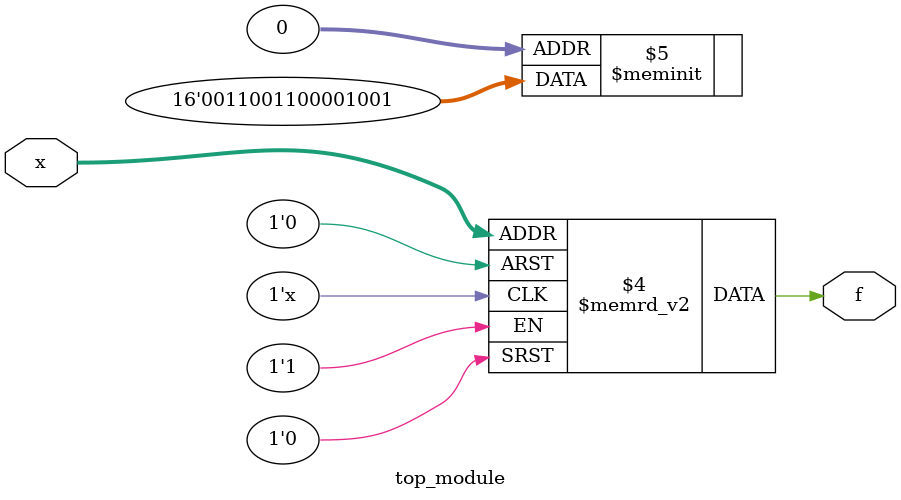
<source format=sv>
module top_module (
	input [4:1] x,
	output logic f
);

	always_comb begin
		case (x)
			4'b0000: f = 1;
			4'b0001: f = 0;
			4'b0010: f = 0;
			4'b0011: f = 1;
			4'b0100: f = 0;
			4'b0101: f = 0;
			4'b0110: f = 0;
			4'b0111: f = 0;
			4'b1000: f = 1;
			4'b1001: f = 1;
			4'b1010: f = 0;
			4'b1011: f = 0; // Fixed the value for 4'b1011 (should be 0 instead of 1)
			4'b1100: f = 1;
			4'b1101: f = 1;
			4'b1110: f = 0; // Fixed the value for 4'b1110 (should be 0 instead of 1)
			4'b1111: f = 0;
			default: f = 0;
		endcase
	end

endmodule

</source>
